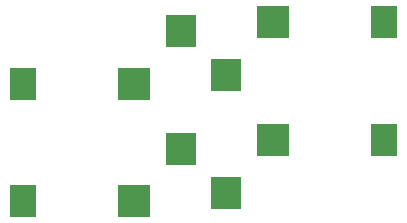
<source format=gbr>
G04 #@! TF.GenerationSoftware,KiCad,Pcbnew,(5.0.1)-rc2*
G04 #@! TF.CreationDate,2019-01-31T01:05:06-05:00*
G04 #@! TF.ProjectId,passive_buffer,706173736976655F6275666665722E6B,rev?*
G04 #@! TF.SameCoordinates,Original*
G04 #@! TF.FileFunction,Paste,Top*
G04 #@! TF.FilePolarity,Positive*
%FSLAX46Y46*%
G04 Gerber Fmt 4.6, Leading zero omitted, Abs format (unit mm)*
G04 Created by KiCad (PCBNEW (5.0.1)-rc2) date 1/31/2019 1:05:06 AM*
%MOMM*%
%LPD*%
G01*
G04 APERTURE LIST*
%ADD10R,2.600000X2.800000*%
%ADD11R,2.800000X2.800000*%
%ADD12R,2.200000X2.800000*%
G04 APERTURE END LIST*
D10*
G04 #@! TO.C,J4*
X146268800Y-83120800D03*
D11*
X142268800Y-87570800D03*
D12*
X132868800Y-87570800D03*
G04 #@! TD*
G04 #@! TO.C,J3*
X163498400Y-82406000D03*
D11*
X154098400Y-82406000D03*
D10*
X150098400Y-86856000D03*
G04 #@! TD*
G04 #@! TO.C,J2*
X146268800Y-73164000D03*
D11*
X142268800Y-77614000D03*
D12*
X132868800Y-77614000D03*
G04 #@! TD*
G04 #@! TO.C,J1*
X163498400Y-72398400D03*
D11*
X154098400Y-72398400D03*
D10*
X150098400Y-76848400D03*
G04 #@! TD*
M02*

</source>
